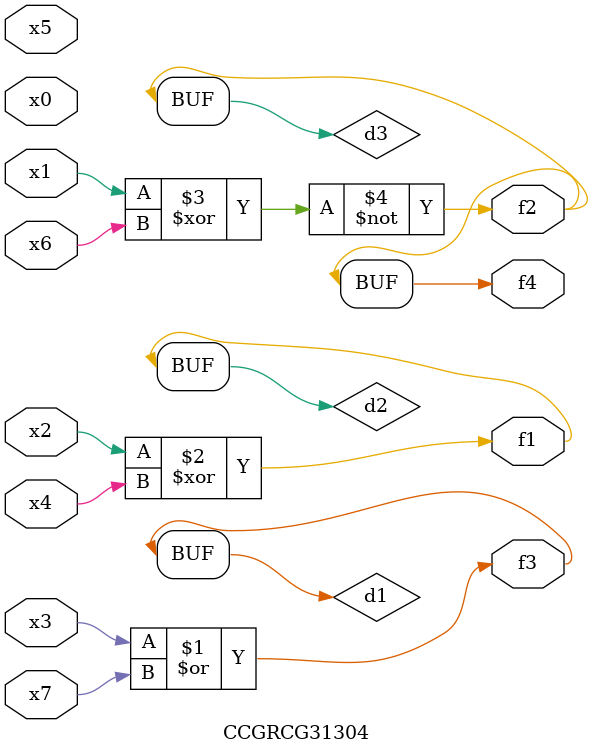
<source format=v>
module CCGRCG31304(
	input x0, x1, x2, x3, x4, x5, x6, x7,
	output f1, f2, f3, f4
);

	wire d1, d2, d3;

	or (d1, x3, x7);
	xor (d2, x2, x4);
	xnor (d3, x1, x6);
	assign f1 = d2;
	assign f2 = d3;
	assign f3 = d1;
	assign f4 = d3;
endmodule

</source>
